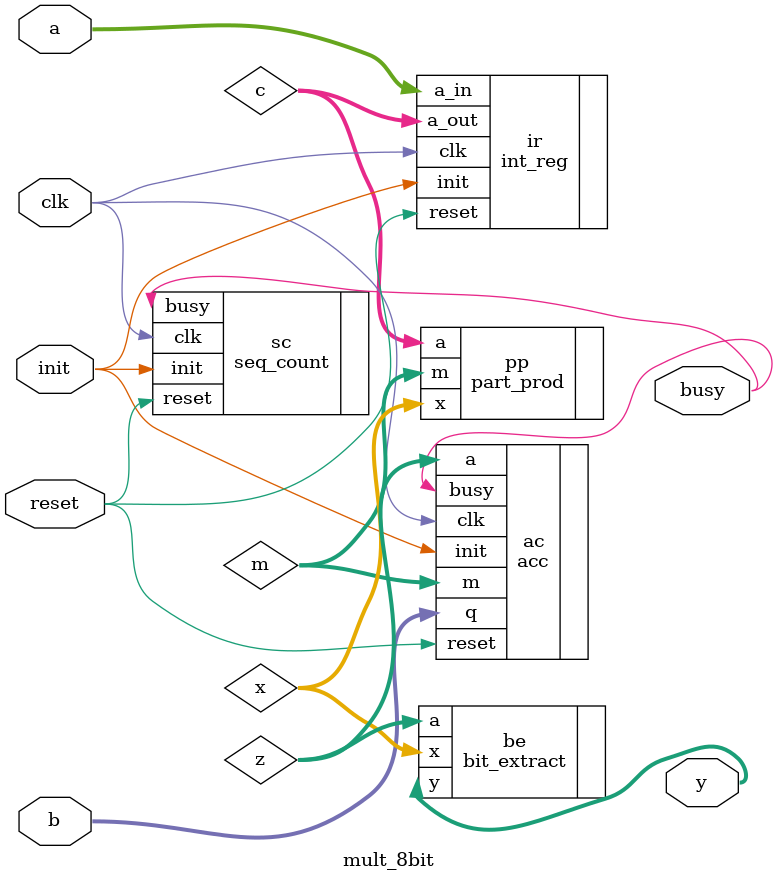
<source format=v>
module mult_8bit(
	input [7:0]a,
	input [7:0]b,
	input clk,
	input reset,
	input init,
	output [15:0]y,
	output busy
);
	
	wire [2:0]x;
	wire [7:0]m;
	wire [16:0]z;
	wire [7:0]c;

	seq_count sc(
		.clk(clk),
		.reset(reset),
		.init(init),
		.busy(busy)
	);

	int_reg ir(
		.clk(clk),
		.init(init),
		.reset(reset),
		.a_in(a),
		.a_out(c)
	);

	bit_extract be(
		.a(z),
		.x(x),
		.y(y)
	);

	part_prod pp(
		.x(x),
		.a(c),
		.m(m)
	);

	acc ac(
		.q(b),
		.m(m),
		.clk(clk),
		.init(init),
		.busy(busy),
		.reset(reset),
		.a(z)
	);
endmodule
</source>
